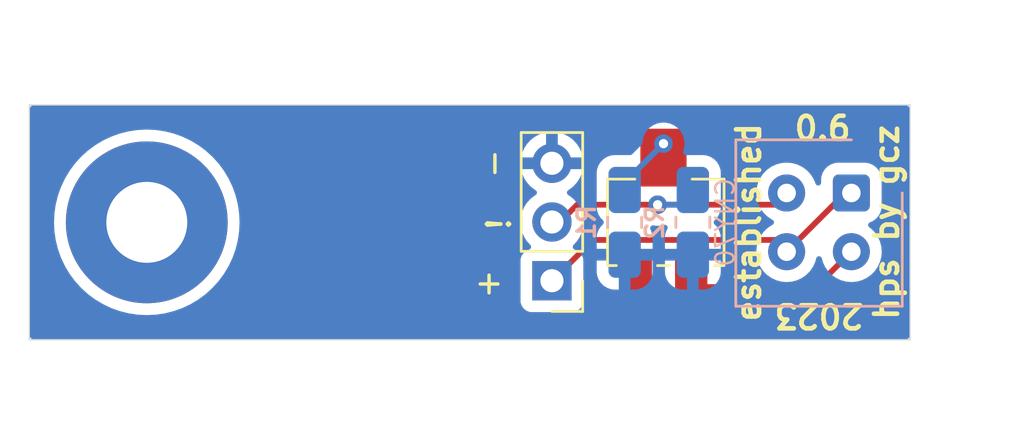
<source format=kicad_pcb>
(kicad_pcb (version 20221018) (generator pcbnew)
  (layers (0 "F.Cu" signal) (31 "B.Cu" signal) (34 "B.Paste" user) (35 "F.Paste" user) (36 "B.SilkS" user "B.Silkscreen") (37 "F.SilkS" user "F.Silkscreen") (38 "B.Mask" user) (39 "F.Mask" user) (44 "Edge.Cuts" user))
  (net 0 "")
  (net 1 "GND")
  (net 2 "Net-(J0-Pad2)")
  (net 3 "Net-(J0-Pad1)")
  (net 4 "Net-(R1-Pad1)")
  (net 6 "Net-(RV0-Pad3)")
  (footprint "Connector_PinHeader_2.54mm:PinHeader_1x03_P2.54mm_Vertical" (layer "F.Cu") (at 122.936 100.315 180)
    (fp_text reference "J0" hide)
    (fp_text value "Conn_01x03_Male")
    (fp_line (start -1.33 -1.33) (end 0 -1.33) (stroke (width 0.12)) (layer "F.SilkS"))
    (fp_line (start -1.33 0) (end -1.33 -1.33) (stroke (width 0.12)) (layer "F.SilkS"))
    (fp_line (start -1.33 1.27) (end -1.33 6.41) (stroke (width 0.12)) (layer "F.SilkS"))
    (fp_line (start -1.33 1.27) (end 1.33 1.27) (stroke (width 0.12)) (layer "F.SilkS"))
    (fp_line (start -1.33 6.41) (end 1.33 6.41) (stroke (width 0.12)) (layer "F.SilkS"))
    (fp_line (start 1.33 1.27) (end 1.33 6.41) (stroke (width 0.12)) (layer "F.SilkS"))
    (pad "1" thru_hole rect (at 0 0 180) (size 1.7 1.7) (drill 1) (layers "*.Cu" "*.Mask") (net 3 "Net-(J0-Pad1)"))
    (pad "2" thru_hole oval (at 0 2.54 180) (size 1.7 1.7) (drill 1) (layers "*.Cu" "*.Mask") (net 2 "Net-(J0-Pad2)"))
    (pad "3" thru_hole oval (at 0 5.08 180) (size 1.7 1.7) (drill 1) (layers "*.Cu" "*.Mask") (net 1 "GND"))
  )
  (footprint "MountingHole:MountingHole_3.5mm_Pad_TopBottom" (layer "F.Cu") (at 105.41 97.79)
    (fp_text reference "H0" hide)
    (fp_text value "MountingHole" hide)
    (pad "1" thru_hole circle (at 0 0) (size 3.9 3.9) (drill 3.5) (layers "*.Cu" "*.Mask"))
    (pad "1" connect circle (at 0 0) (size 7 7) (layers "F.Cu" "F.Mask"))
    (pad "1" connect circle (at 0 0) (size 7 7) (layers "B.Cu" "B.Mask"))
  )
  (footprint "stem_piano_footprints:Bourns_3224X_Vertical_bigpads" (layer "F.Cu") (at 127.762 97.79 180)
    (fp_text reference "RV0" hide)
    (fp_text value "R_Potentiometer_Trim" hide)
    (fp_line (start -2.62 -1.87) (end -2.62 1.87) (stroke (width 0.12)) (layer "F.SilkS"))
    (fp_line (start -2.62 1.87) (end -1.24 1.87) (stroke (width 0.12)) (layer "F.SilkS"))
    (fp_line (start -2.59 -1.87) (end -2.21 -1.87) (stroke (width 0.12)) (layer "F.SilkS"))
    (fp_line (start -0.26 -1.87) (end 0.26 -1.87) (stroke (width 0.12)) (layer "F.SilkS"))
    (fp_line (start 1.24 1.87) (end 2.42 1.87) (stroke (width 0.12)) (layer "F.SilkS"))
    (fp_line (start 2.04 -1.87) (end 2.42 -1.87) (stroke (width 0.12)) (layer "F.SilkS"))
    (fp_line (start 2.42 -1.87) (end 2.42 1.87) (stroke (width 0.12)) (layer "F.SilkS"))
    (pad "1" smd rect (at 1.2 -2.8 180) (size 1.4 2.5) (layers "F.Cu" "F.Paste" "F.Mask"))
    (pad "2" smd rect (at 0 2.8 180) (size 2 2.5) (layers "F.Cu" "F.Paste" "F.Mask") (net 4 "Net-(R1-Pad1)"))
    (pad "3" smd rect (at -1.2 -2.8 180) (size 1.4 2.5) (layers "F.Cu" "F.Paste" "F.Mask") (net 6 "Net-(RV0-Pad3)"))
  )
  (footprint "OptoDevice:Vishay_CNY70" (layer "B.Cu") (at 135.89 96.52 180)
    (fp_text reference "U1" hide)
    (fp_text value "CNY70" (at 5.461 -1.27 270) (layer "B.SilkS") (effects (font (size 0.8 0.8) (thickness 0.1)) (justify mirror)))
    (fp_line (start -2.2 -4.9) (end 5 -4.9) (stroke (width 0.12)) (layer "B.SilkS"))
    (fp_line (start -2.2 0) (end -2.2 -4.9) (stroke (width 0.12)) (layer "B.SilkS"))
    (fp_line (start 5 -4.9) (end 5 2.3) (stroke (width 0.12)) (layer "B.SilkS"))
    (fp_line (start 5 2.3) (end 0 2.3) (stroke (width 0.12)) (layer "B.SilkS"))
    (pad "1" thru_hole roundrect locked (at 0 0 180) (size 1.6 1.6) (drill 0.8) (layers "*.Cu" "*.Mask") (roundrect_rratio 0.156) (net 3 "Net-(J0-Pad1)"))
    (pad "2" thru_hole circle locked (at 0 -2.54 180) (size 1.6 1.6) (drill 0.8) (layers "*.Cu" "*.Mask") (net 6 "Net-(RV0-Pad3)"))
    (pad "3" thru_hole circle locked (at 2.8 -2.54 180) (size 1.6 1.6) (drill 0.8) (layers "*.Cu" "*.Mask") (net 3 "Net-(J0-Pad1)"))
    (pad "4" thru_hole circle locked (at 2.8 0 180) (size 1.6 1.6) (drill 0.8) (layers "*.Cu" "*.Mask") (net 2 "Net-(J0-Pad2)"))
  )
  (footprint "stem_piano_footprints:R_0805_2012_1.20x1.40mm_bigpad" (layer "B.Cu") (at 126.082 97.79 -90)
    (fp_text reference "R1" (at 0 1.65 90) (layer "B.SilkS") (effects (font (size 0.75 0.75)) (justify mirror)))
    (fp_text value "Resistor")
    (fp_line (start -0.227064 -0.735) (end 0.227064 -0.735) (stroke (width 0.12)) (layer "B.SilkS"))
    (fp_line (start -0.227064 0.735) (end 0.227064 0.735) (stroke (width 0.12)) (layer "B.SilkS"))
    (pad "1" smd roundrect (at -1.4 0 270) (size 2 1.4) (layers "B.Cu" "B.Paste" "B.Mask") (roundrect_rratio 0.208) (net 4 "Net-(R1-Pad1)"))
    (pad "2" smd roundrect (at 1.4 0 270) (size 2 1.4) (layers "B.Cu" "B.Paste" "B.Mask") (roundrect_rratio 0.208) (net 1 "GND"))
  )
  (footprint "stem_piano_footprints:R_0805_2012_1.20x1.40mm_bigpad" (layer "B.Cu") (at 129.032 97.79 -90)
    (fp_text reference "R2" (at 0 1.65 90) (layer "B.SilkS") (effects (font (size 0.75 0.75)) (justify mirror)))
    (fp_text value "Resistor")
    (fp_line (start -0.227064 -0.735) (end 0.227064 -0.735) (stroke (width 0.12)) (layer "B.SilkS"))
    (fp_line (start -0.227064 0.735) (end 0.227064 0.735) (stroke (width 0.12)) (layer "B.SilkS"))
    (pad "1" smd roundrect (at -1.4 0 270) (size 2 1.4) (layers "B.Cu" "B.Paste" "B.Mask") (roundrect_rratio 0.208) (net 2 "Net-(J0-Pad2)"))
    (pad "2" smd roundrect (at 1.4 0 270) (size 2 1.4) (layers "B.Cu" "B.Paste" "B.Mask") (roundrect_rratio 0.208) (net 1 "GND"))
  )
  (gr_line (start 100.33 102.87) (end 138.43 102.87) (stroke (width 0.05)) (layer "Edge.Cuts"))
  (gr_line (start 138.43 92.71) (end 100.33 92.71) (stroke (width 0.05)) (layer "Edge.Cuts"))
  (gr_line (start 100.33 92.71) (end 100.33 102.87) (stroke (width 0.05)) (layer "Edge.Cuts"))
  (gr_line (start 138.43 92.71) (end 138.43 102.87) (stroke (width 0.05)) (layer "Edge.Cuts"))
  (gr_text "0.6" (at 134.6454 93.726) (layer "F.SilkS") (effects (font (size 1 1) (thickness 0.2))))
  (gr_text "-" (at 120.396 95.25 90) (layer "F.SilkS") (effects (font (size 1 1))))
  (gr_text "established" (at 131.445 97.79 90) (layer "F.SilkS") (effects (font (size 1 1) (thickness 0.2))))
  (gr_text "!" (at 120.65 97.862 90) (layer "F.SilkS") (effects (font (size 1 1))))
  (gr_text "2023" (at 134.493 101.8286 180) (layer "F.SilkS") (effects (font (size 1 1) (thickness 0.2))))
  (gr_text "hps by gcz" (at 137.414 97.79 90) (layer "F.SilkS") (effects (font (size 1 1) (thickness 0.2))))
  (gr_text "+" (at 120.142 100.457 90) (layer "F.SilkS") (effects (font (size 1 1))))
  (segment (start 127.508 97.028) (end 132.582 97.028) (width 0.25) (layer "F.Cu") (net 2))
  (segment (start 132.582 97.028) (end 133.09 96.52) (width 0.25) (layer "F.Cu") (net 2))
  (segment (start 123.2812 97.775) (end 122.936 97.775) (width 0.25) (layer "F.Cu") (net 2))
  (segment (start 124.0282 97.028) (end 123.2812 97.775) (width 0.25) (layer "F.Cu") (net 2))
  (segment (start 127.508 97.028) (end 124.0282 97.028) (width 0.25) (layer "F.Cu") (net 2))
  (via (at 127.508 97.028) (size 0.8) (drill 0.4) (layers "F.Cu" "B.Cu") (net 2))
  (segment (start 127.508 97.028) (end 128.394 97.028) (width 0.25) (layer "B.Cu") (net 2))
  (segment (start 128.394 97.028) (end 129.032 96.39) (width 0.25) (layer "B.Cu") (net 2))
  (segment (start 124.714 98.552) (end 132.582 98.552) (width 0.25) (layer "F.Cu") (net 3))
  (segment (start 132.582 98.552) (end 133.09 99.06) (width 0.25) (layer "F.Cu") (net 3))
  (segment (start 122.936 100.315) (end 122.951 100.315) (width 0.25) (layer "F.Cu") (net 3))
  (segment (start 135.63 96.52) (end 135.89 96.52) (width 0.25) (layer "F.Cu") (net 3))
  (segment (start 122.951 100.315) (end 124.714 98.552) (width 0.25) (layer "F.Cu") (net 3))
  (segment (start 133.09 99.06) (end 135.63 96.52) (width 0.25) (layer "F.Cu") (net 3))
  (via (at 127.762 94.3864) (size 0.8) (drill 0.4) (layers "F.Cu" "B.Cu") (net 4))
  (segment (start 126.082 96.39) (end 126.082 96.0664) (width 0.25) (layer "B.Cu") (net 4))
  (segment (start 126.082 96.0664) (end 127.762 94.3864) (width 0.25) (layer "B.Cu") (net 4))
  (segment (start 128.962 100.59) (end 134.36 100.59) (width 0.25) (layer "F.Cu") (net 6))
  (segment (start 134.36 100.59) (end 135.89 99.06) (width 0.25) (layer "F.Cu") (net 6))
  (zone (net 1) (net_name "GND") (layer "B.Cu") (connect_pads (clearance 0.508)) (min_thickness 0.254) (fill yes (thermal_gap 0.508) (thermal_bridge_width 0.508))
    (polygon (pts (xy 139.7 104.14) (xy 99.06 104.14) (xy 99.06 91.44) (xy 139.7 91.44)))
  )
)
</source>
